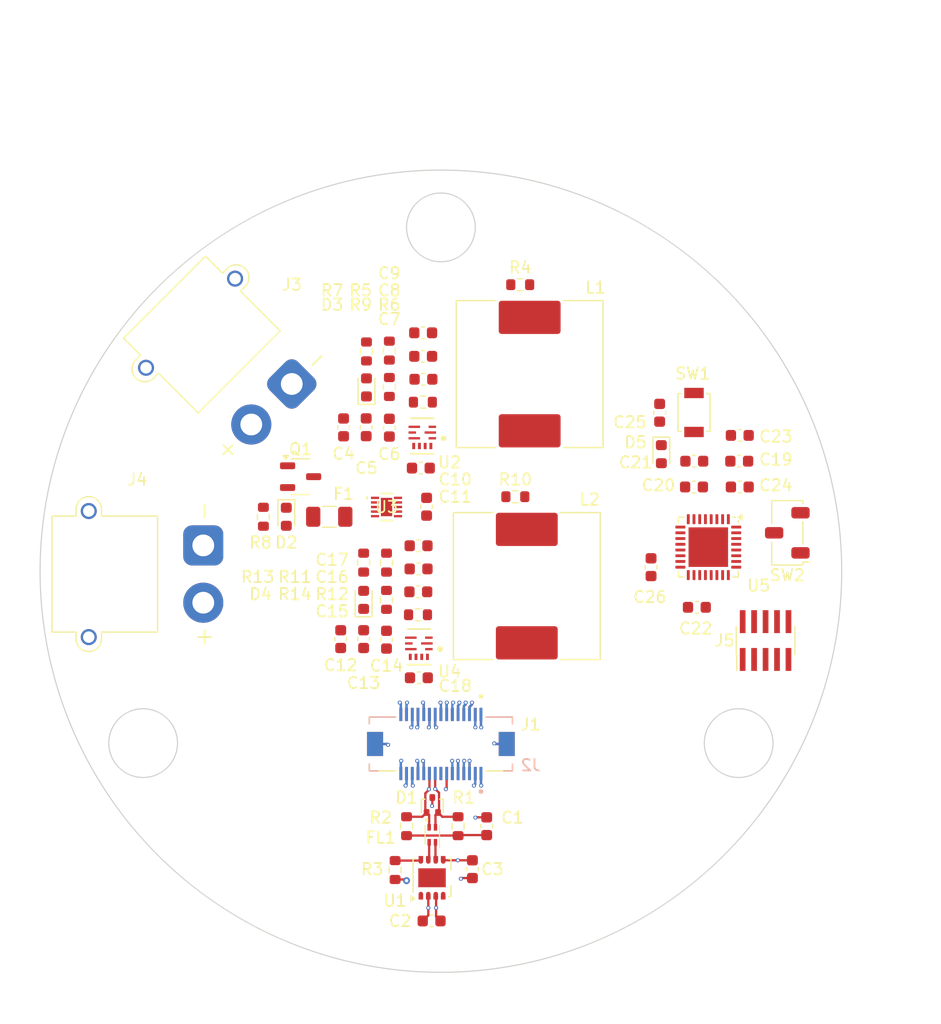
<source format=kicad_pcb>
(kicad_pcb (version 20240108) (generator "pcbnew") (generator_version "8.0")
  (title_block (title "Blaze PCB Template") (rev "v1") (company "UCSC Rocket Team"))
  (layers (0 "F.Cu" signal) (1 "In1.Cu" signal) (2 "In2.Cu" signal) (31 "B.Cu" signal) (34 "B.Paste" user) (35 "F.Paste" user) (36 "B.SilkS" user "B.Silkscreen") (37 "F.SilkS" user "F.Silkscreen") (38 "B.Mask" user) (39 "F.Mask" user) (44 "Edge.Cuts" user))
  (net 0 "")
  (net 1 "GND")
  (net 2 "+5V")
  (net 3 "+3V3")
  (net 4 "/CANL")
  (net 5 "/CANH")
  (net 6 "/ARM")
  (net 7 "/PPS")
  (net 8 "Net-(C1-Pad1)")
  (net 9 "Net-(U1-CANL)")
  (net 10 "Net-(U1-CANH)")
  (net 11 "Net-(J1-Pin_7)")
  (net 12 "Net-(J1-Pin_17)")
  (net 13 "Net-(J1-Pin_5)")
  (net 14 "/CAN_STB")
  (net 15 "/CANRX")
  (net 16 "/CANTX")
  (net 17 "VIN")
  (net 18 "/5V_SENSE")
  (net 19 "Net-(U2-NR{slash}SS)")
  (net 20 "/3V3_SENSE")
  (net 21 "Net-(U4-NR{slash}SS)")
  (net 22 "/RESET")
  (net 23 "Net-(U5-VCAP)")
  (net 24 "Net-(D3-A)")
  (net 25 "Net-(D4-A)")
  (net 26 "Net-(J1-Pin_20)")
  (net 27 "Net-(J1-Pin_26)")
  (net 28 "Net-(J1-Pin_16)")
  (net 29 "Net-(J1-Pin_19)")
  (net 30 "VBATT")
  (net 31 "Net-(J1-Pin_25)")
  (net 32 "Net-(J1-Pin_10)")
  (net 33 "Net-(J1-Pin_9)")
  (net 34 "Net-(J1-Pin_6)")
  (net 35 "/TDI")
  (net 36 "/TMS{slash}SWDAT")
  (net 37 "/TDO")
  (net 38 "/TCK{slash}SWCLK")
  (net 39 "Net-(U2-FB)")
  (net 40 "Net-(U2-PG)")
  (net 41 "Net-(D2-A)")
  (net 42 "Net-(U4-FB)")
  (net 43 "Net-(U4-PG)")
  (net 44 "/BOOT")
  (net 49 "/TRST")
  (net 62 "Net-(D2-K)")
  (net 63 "Net-(J3-Pin_2)")
  (net 64 "Net-(J3-Pin_1)")
  (net 65 "Net-(U2-SW)")
  (net 66 "Net-(U4-SW)")
  (net 67 "/5V_SENSE_IN")
  (net 68 "/3V3_SENSE_IN")
  (footprint "Resistor_SMD:R_0603_1608Metric" (layer "F.Cu") (at 146.925 90.75)
    (property "Reference" "R6")
    (property "Value" "10k")
  )
  (footprint "Package_TO_SOT_SMD:SOT-416" (layer "F.Cu") (at 147.75 125.9 90)
    (property "Reference" "D1")
    (property "Value" "ESDCAN03-2BM3Y")
  )
  (footprint "Capacitor_SMD:C_0603_1608Metric" (layer "F.Cu") (at 174.6 93.65)
    (property "Reference" "C23")
    (property "Value" "1uF")
  )
  (footprint "Resistor_SMD:R_0603_1608Metric" (layer "F.Cu") (at 143.75 108 -90)
    (property "Reference" "R14")
    (property "Value" "4.75k")
  )
  (footprint "Capacitor_SMD:C_0603_1608Metric" (layer "F.Cu") (at 146.95 86.75 180)
    (property "Reference" "C8")
    (property "Value" "22uF")
  )
  (footprint "Capacitor_SMD:C_0603_1608Metric" (layer "F.Cu") (at 147.25 99.874999 -90)
    (property "Reference" "C11")
    (property "Value" "0.1uF")
  )
  (footprint "Resistor_SMD:R_0603_1608Metric" (layer "F.Cu") (at 146.5 109.3)
    (property "Reference" "R12")
    (property "Value" "10k")
  )
  (footprint "LED_SMD:LED_0603_1608Metric" (layer "F.Cu") (at 141.75 108 90)
    (property "Reference" "D4")
    (property "Value" "LED")
  )
  (footprint "Blaze_Library:HRS_DF17_1.0H_-30DP-0.5V_57_" (layer "F.Cu") (at 148.5 120.575 180)
    (property "Reference" "J1")
    (property "Value" "Conn_01x30_Pin")
  )
  (footprint "Capacitor_SMD:C_0603_1608Metric" (layer "F.Cu") (at 144 92.975 90)
    (property "Reference" "C6")
    (property "Value" "2.2nF")
  )
  (footprint "Connector_AMASS:AMASS_XT30PW-M_1x02_P2.50mm_Horizontal" (layer "F.Cu") (at 135.477922 89.164214 45)
    (property "Reference" "J3")
    (property "Value" "XT30")
  )
  (footprint "Capacitor_SMD:C_0603_1608Metric" (layer "F.Cu") (at 146.55 105.3 180)
    (property "Reference" "C16")
    (property "Value" "22uF")
  )
  (footprint "LED_SMD:LED_0603_1608Metric" (layer "F.Cu") (at 142 89.4625 90)
    (property "Reference" "D3")
    (property "Value" "LED")
  )
  (footprint "Capacitor_SMD:C_0603_1608Metric" (layer "F.Cu") (at 146.55 103.28 180)
    (property "Reference" "C17")
    (property "Value" "22uF")
  )
  (footprint "Capacitor_SMD:C_0603_1608Metric" (layer "F.Cu") (at 146.525 107.3 180)
    (property "Reference" "C15")
    (property "Value" "22uF")
  )
  (footprint "Capacitor_SMD:C_0603_1608Metric" (layer "F.Cu") (at 140 92.95 90)
    (property "Reference" "C4")
    (property "Value" "6.8uF")
  )
  (footprint "Resistor_SMD:R_0603_1608Metric" (layer "F.Cu") (at 145.5 127.75 -90)
    (property "Reference" "R2")
    (property "Value" "60")
  )
  (footprint "Inductor_SMD:L_SXN_SMDRI124" (layer "F.Cu") (at 156.25 88.3 90)
    (property "Reference" "L1")
    (property "Value" "4.6uH 12.1mOhm")
  )
  (footprint "Resistor_SMD:R_0603_1608Metric" (layer "F.Cu") (at 141.75 104.75 -90)
    (property "Reference" "R13")
    (property "Value" "80")
  )
  (footprint "Capacitor_SMD:C_0603_1608Metric" (layer "F.Cu") (at 143.75 111.475 90)
    (property "Reference" "C14")
    (property "Value" "2.2nF")
  )
  (footprint "Fuse:Fuse_1206_3216Metric" (layer "F.Cu") (at 138.75 100.75)
    (property "Reference" "F1")
    (property "Value" "Polyfuse")
  )
  (footprint "Resistor_SMD:R_0603_1608Metric" (layer "F.Cu") (at 144 89.425 -90)
    (property "Reference" "R9")
    (property "Value" "4.75k")
  )
  (footprint "Resistor_SMD:R_0603_1608Metric" (layer "F.Cu") (at 143.75 104.75 -90)
    (property "Reference" "R11")
    (property "Value" "15k")
  )
  (footprint "Capacitor_SMD:C_0603_1608Metric" (layer "F.Cu") (at 146.975 88.75 180)
    (property "Reference" "C7")
    (property "Value" "22uF")
  )
  (footprint "Resistor_SMD:R_0603_1608Metric" (layer "F.Cu") (at 133 100.75 90)
    (property "Reference" "R8")
    (property "Value" "R_US")
  )
  (footprint "Button_Switch_SMD:Nidec_Copal_CAS-120A" (layer "F.Cu") (at 178.75 102.15 180)
    (property "Reference" "SW2")
    (property "Value" "SW_SPDT")
  )
  (footprint "Inductor_SMD:L_SXN_SMDRI124" (layer "F.Cu") (at 156 106.8 90)
    (property "Reference" "L2")
    (property "Value" "4.6uH 12.1mOhm")
  )
  (footprint "Blaze_Library:WSON10-DSQ0010A_TEX" (layer "F.Cu") (at 143.7533 99.899999)
    (property "Reference" "U3")
    (property "Value" "INA2181")
  )
  (footprint "Capacitor_SMD:C_0603_1608Metric" (layer "F.Cu") (at 146.575 114.8)
    (property "Reference" "C18")
    (property "Value" "470nF")
  )
  (footprint "Package_TO_SOT_SMD:SOT-23-3" (layer "F.Cu") (at 136.25 97.25)
    (property "Reference" "Q1")
    (property "Value" "DMG2305")
  )
  (footprint "Resistor_SMD:R_0603_1608Metric" (layer "F.Cu") (at 144 86.25 -90)
    (property "Reference" "R5")
    (property "Value" "25.5k")
  )
  (footprint "Diode_SMD:D_0603_1608Metric" (layer "F.Cu") (at 167.75 95.2875 -90)
    (property "Reference" "D5")
    (property "Value" "D_Schottky")
  )
  (footprint "Blaze_Library:TPS62913R" (layer "F.Cu") (at 146.575 112.05 180)
    (property "Reference" "U4")
    (property "Value" "TPS62913")
  )
  (footprint "Resistor_SMD:R_0603_1608Metric" (layer "F.Cu") (at 155 99 180)
    (property "Reference" "R10")
    (property "Value" "0.02")
  )
  (footprint "Capacitor_SMD:C_0603_1608Metric" (layer "F.Cu") (at 141.975 92.94 90)
    (property "Reference" "C5")
    (property "Value" "6.8uF")
  )
  (footprint "Package_DFN_QFN:QFN-32-1EP_5x5mm_P0.5mm_EP3.45x3.45mm" (layer "F.Cu") (at 171.85 103.4 -90)
    (property "Reference" "U5")
    (property "Value" "STM32H503KBUx")
  )
  (footprint "Resistor_SMD:R_0603_1608Metric" (layer "F.Cu") (at 144.5 131.575 -90)
    (property "Reference" "R3")
    (property "Value" "10K")
  )
  (footprint "Resistor_SMD:R_0603_1608Metric" (layer "F.Cu") (at 142 86.325 -90)
    (property "Reference" "R7")
    (property "Value" "165")
  )
  (footprint "Capacitor_SMD:C_0603_1608Metric" (layer "F.Cu") (at 174.6 98.15)
    (property "Reference" "C24")
    (property "Value" "0.1uF")
  )
  (footprint "Package_SON:Texas_S-PVSON-N8" (layer "F.Cu") (at 147.725 132.25 90)
    (property "Reference" "U1")
    (property "Value" "TCAN1044VDDFR")
  )
  (footprint "Capacitor_SMD:C_0603_1608Metric" (layer "F.Cu") (at 170.85 108.65)
    (property "Reference" "C22")
    (property "Value" "0.1uF")
  )
  (footprint "Capacitor_SMD:C_0603_1608Metric" (layer "F.Cu") (at 166.85 105.15 90)
    (property "Reference" "C26")
    (property "Value" "2.2uF")
  )
  (footprint "Diode_SMD:D_0603_1608Metric" (layer "F.Cu") (at 135 100.75 -90)
    (property "Reference" "D2")
    (property "Value" "D_Zener")
  )
  (footprint "Connector_AMASS:AMASS_XT30PW-M_1x02_P2.50mm_Horizontal" (layer "F.Cu") (at 127.75 103.25 90)
    (property "Reference" "J4")
    (property "Value" "XT30")
  )
  (footprint "Capacitor_SMD:C_0603_1608Metric" (layer "F.Cu") (at 147.688 136.017 180)
    (property "Reference" "C2")
    (property "Value" "0.1uF")
  )
  (footprint "Capacitor_SMD:C_0603_1608Metric" (layer "F.Cu") (at 174.55 95.9)
    (property "Reference" "C19")
    (property "Value" "2.2uF")
  )
  (footprint "Capacitor_SMD:C_0603_1608Metric" (layer "F.Cu") (at 146.95 84.7 180)
    (property "Reference" "C9")
    (property "Value" "22uF")
  )
  (footprint "Connector_PinHeader_1.00mm:PinHeader_2x05_P1.00mm_Vertical_SMD" (layer "F.Cu") (at 176.85 111.55 90)
    (property "Reference" "J5")
    (property "Value" "JTAG")
  )
  (footprint "Resistor_SMD:R_0603_1608Metric" (layer "F.Cu") (at 150 127.75 -90)
    (property "Reference" "R1")
    (property "Value" "60")
  )
  (footprint "Capacitor_SMD:C_0603_1608Metric" (layer "F.Cu") (at 139.75 111.425 90)
    (property "Reference" "C12")
    (property "Value" "6.8uF")
  )
  (footprint "Capacitor_SMD:C_0603_1608Metric" (layer "F.Cu") (at 152.5 127.75 90)
    (property "Reference" "C1")
    (property "Value" "4.7nF")
  )
  (footprint "Capacitor_SMD:C_0603_1608Metric" (layer "F.Cu") (at 170.6 98.15 180)
    (property "Reference" "C20")
    (property "Value" "0.1uF")
  )
  (footprint "Resistor_SMD:R_0603_1608Metric" (layer "F.Cu") (at 155.425 80.5 180)
    (property "Reference" "R4")
    (property "Value" "0.02")
  )
  (footprint "Capacitor_SMD:C_0603_1608Metric" (layer "F.Cu") (at 170.625 95.9 180)
    (property "Reference" "C21")
    (property "Value" "4.7uF")
  )
  (footprint "Capacitor_SMD:C_0603_1608Metric" (layer "F.Cu") (at 146.75 96.5)
    (property "Reference" "C10")
    (property "Value" "470nF")
  )
  (footprint "Capacitor_SMD:C_0603_1608Metric" (layer "F.Cu") (at 141.75 111.425 90)
    (property "Reference" "C13")
    (property "Value" "6.8uF")
  )
  (footprint "Capacitor_SMD:C_0603_1608Metric" (layer "F.Cu") (at 167.6 91.675 90)
    (property "Reference" "C25")
    (property "Value" "0.1uF")
  )
  (footprint "Capacitor_SMD:C_0603_1608Metric" (layer "F.Cu") (at 151.25 131.5 -90)
    (property "Reference" "C3")
    (property "Value" "0.1uF")
  )
  (footprint "Inductor_SMD:L_CommonModeChoke_Coilcraft_0603USB" (layer "F.Cu") (at 147.75 128.5 180)
    (property "Reference" "FL1")
    (property "Value" "Choke")
  )
  (footprint "Button_Switch_SMD:SW_SPST_B3U-1000P" (layer "F.Cu") (at 170.6 91.65 90)
    (property "Reference" "SW1")
    (property "Value" "SW_SPST")
  )
  (footprint "Blaze_Library:TPS62913R" (layer "F.Cu") (at 146.875 93.649999 180)
    (property "Reference" "U2")
    (property "Value" "TPS62913")
  )
  (footprint "Blaze_Library:HRS_DF17_1.0H_-30DP-0.5V_57_" (layer "B.Cu") (at 148.5 120.575 180)
    (property "Reference" "J2")
    (property "Value" "Conn_01x30_Socket")
  )
  (gr_circle (center 148.5 105.5) (end 148.5 140.5) (stroke (width 0.1)) (fill none) (layer "Edge.Cuts"))
  (gr_circle (center 148.5 75.5) (end 151.5 75.5) (stroke (width 0.1)) (fill none) (layer "Edge.Cuts"))
  (gr_circle (center 174.5 120.5) (end 177.5 120.5) (stroke (width 0.1)) (fill none) (layer "Edge.Cuts"))
  (gr_circle (center 122.5 120.5) (end 125.5 120.5) (stroke (width 0.1)) (fill none) (layer "Edge.Cuts"))
  (segment (start 151 117.356372) (end 151.213015 117.143357) (width 0.2) (layer "F.Cu") (net 1))
  (segment (start 154.25 120.575) (end 153.214 120.575) (width 0.2) (layer "F.Cu") (net 1))
  (segment (start 150.663012 117.127674) (end 150.663012 116.967) (width 0.2) (layer "F.Cu") (net 1))
  (segment (start 145.5 118) (end 145.5 117.009) (width 0.2) (layer "F.Cu") (net 1))
  (segment (start 146.913 136.017) (end 147.4 135.53) (width 0.2) (layer "F.Cu") (net 1))
  (segment (start 152.5 126.975) (end 151.536 126.975) (width 0.2) (layer "F.Cu") (net 1))
  (segment (start 145.5 117.009) (end 145.542 116.967) (width 0.2) (layer "F.Cu") (net 1))
  (segment (start 147.4 134) (end 147.4 134.874) (width 0.2) (layer "F.Cu") (net 1))
  (segment (start 147.4 135.53) (end 147.4 134.874) (width 0.2) (layer "F.Cu") (net 1))
  (segment (start 151 118) (end 151 117.356372) (width 0.2) (layer "F.Cu") (net 1))
  (segment (start 147.7264 125.984) (end 147.75 125.9604) (width 0.2) (layer "F.Cu") (net 1))
  (segment (start 150.5 117.290686) (end 150.663012 117.127674) (width 0.2) (layer "F.Cu") (net 1))
  (segment (start 142.75 120.575) (end 143.816 120.575) (width 0.2) (layer "F.Cu") (net 1))
  (segment (start 147.75 125.9604) (end 147.75 125.25) (width 0.2) (layer "F.Cu") (net 1))
  (segment (start 145 118) (end 145 117.06) (width 0.2) (layer "F.Cu") (net 1))
  (segment (start 143.816 120.575) (end 143.891 120.65) (width 0.2) (layer "F.Cu") (net 1))
  (segment (start 151.536 126.975) (end 151.511 127) (width 0.2) (layer "F.Cu") (net 1))
  (segment (start 150.3 132.275) (end 150.241 132.334) (width 0.2) (layer "F.Cu") (net 1))
  (segment (start 151.25 132.275) (end 150.3 132.275) (width 0.2) (layer "F.Cu") (net 1))
  (segment (start 145 117.06) (end 144.907 116.967) (width 0.2) (layer "F.Cu") (net 1))
  (segment (start 153.214 120.575) (end 153.162 120.523) (width 0.2) (layer "F.Cu") (net 1))
  (segment (start 151.213015 117.143357) (end 151.213015 116.967) (width 0.2) (layer "F.Cu") (net 1))
  (segment (start 150.5 118) (end 150.5 117.290686) (width 0.2) (layer "F.Cu") (net 1))
  (via (at 153.162 120.523) (size 0.35) (drill 0.2) (layers "F.Cu" "B.Cu") (net 1))
  (via (at 143.891 120.65) (size 0.35) (drill 0.2) (layers "F.Cu" "B.Cu") (net 1))
  (via (at 144.907 116.967) (size 0.35) (drill 0.2) (layers "F.Cu" "B.Cu") (net 1))
  (via (at 150.663012 116.967) (size 0.35) (drill 0.2) (layers "F.Cu" "B.Cu") (net 1))
  (via (at 145.542 116.967) (size 0.35) (drill 0.2) (layers "F.Cu" "B.Cu") (net 1))
  (via (at 147.7264 125.984) (size 0.35) (drill 0.2) (layers "F.Cu" "B.Cu") (net 1))
  (via (at 151.213015 116.967) (size 0.35) (drill 0.2) (layers "F.Cu" "B.Cu") (net 1))
  (via (at 150.241 132.334) (size 0.35) (drill 0.2) (layers "F.Cu" "B.Cu") (net 1))
  (via (at 147.4 134.874) (size 0.35) (drill 0.2) (layers "F.Cu" "B.Cu") (net 1))
  (via (at 151.511 127) (size 0.35) (drill 0.2) (layers "F.Cu" "B.Cu") (net 1))
  (segment (start 143.816 120.575) (end 143.891 120.65) (width 0.2) (layer "B.Cu") (net 1))
  (segment (start 145.5 117.009) (end 145.542 116.967) (width 0.2) (layer "B.Cu") (net 1))
  (segment (start 145 118) (end 145 117.06) (width 0.2) (layer "B.Cu") (net 1))
  (segment (start 150.663012 117.088749) (end 150.663012 116.967) (width 0.2) (layer "B.Cu") (net 1))
  (segment (start 145.5 118) (end 145.5 117.009) (width 0.2) (layer "B.Cu") (net 1))
  (segment (start 150.5 117.251761) (end 150.663012 117.088749) (width 0.2) (layer "B.Cu") (net 1))
  (segment (start 142.75 120.575) (end 143.816 120.575) (width 0.2) (layer "B.Cu") (net 1))
  (segment (start 150.5 118) (end 150.5 117.251761) (width 0.2) (layer "B.Cu") (net 1))
  (segment (start 153.214 120.575) (end 153.162 120.523) (width 0.2) (layer "B.Cu") (net 1))
  (segment (start 145 117.06) (end 144.907 116.967) (width 0.2) (layer "B.Cu") (net 1))
  (segment (start 151.213015 117.104432) (end 151.213015 116.967) (width 0.2) (layer "B.Cu") (net 1))
  (segment (start 151 117.317447) (end 151.213015 117.104432) (width 0.2) (layer "B.Cu") (net 1))
  (segment (start 154.25 120.575) (end 153.214 120.575) (width 0.2) (layer "B.Cu") (net 1))
  (segment (start 151 118) (end 151 117.317447) (width 0.2) (layer "B.Cu") (net 1))
  (segment (start 148.082 135.636) (end 148.463 136.017) (width 0.2) (layer "F.Cu") (net 2))
  (segment (start 151 122.05) (end 151.003 122.047) (width 0.2) (layer "F.Cu") (net 2))
  (segment (start 148 119.044) (end 148 118) (width 0.2) (layer "F.Cu") (net 2))
  (segment (start 148.082 133.832) (end 148.05 133.8) (width 0.2) (layer "F.Cu") (net 2))
  (segment (start 147 117.028) (end 146.939 116.967) (width 0.2) (layer "F.Cu") (net 2))
  (segment (start 150.5 122.084003) (end 150.537003 122.047) (width 0.2) (layer "F.Cu") (net 2))
  (segment (start 151 123.15) (end 151 122.05) (width 0.2) (layer "F.Cu") (net 2))
  (segment (start 148.082 134.874) (end 148.082 135.636) (width 0.2) (layer "F.Cu") (net 2))
  (segment (start 148.082 134.874) (end 148.082 133.832) (width 0.2) (layer "F.Cu") (net 2))
  (segment (start 150 122.06) (end 149.987 122.047) (width 0.2) (layer "F.Cu") (net 2))
  (segment (start 150.5 123.15) (end 150.5 122.084003) (width 0.2) (layer "F.Cu") (net 2))
  (segment (start 147 118) (end 147 117.028) (width 0.2) (layer "F.Cu") (net 2))
  (segment (start 149.5 123.15) (end 149.5 122.068) (width 0.2) (layer "F.Cu") (net 2))
  (segment (start 149.5 122.068) (end 149.479 122.047) (width 0.2) (layer "F.Cu") (net 2))
  (segment (start 150 123.15) (end 150 122.06) (width 0.2) (layer "F.Cu") (net 2))
  (segment (start 148.082 119.126) (end 148 119.044) (width 0.2) (layer "F.Cu") (net 2))
  (via (at 146.939 116.967) (size 0.35) (drill 0.2) (layers "F.Cu" "B.Cu") (net 2))
  (via (at 149.479 122.047) (size 0.35) (drill 0.2) (layers "F.Cu" "B.Cu") (net 2))
  (via (at 148.082 134.874) (size 0.35) (drill 0.2) (layers "F.Cu" "B.Cu") (net 2))
  (via (at 148.082 119.126) (size 0.35) (drill 0.2) (layers "F.Cu" "B.Cu") (net 2))
  (via (at 151.003 122.047) (size 0.35) (drill 0.2) (layers "F.Cu" "B.Cu") (net 2))
  (via (at 149.987 122.047) (size 0.35) (drill 0.2) (layers "F.Cu" "B.Cu") (net 2))
  (via (at 150.537003 122.047) (size 0.35) (drill 0.2) (layers "F.Cu" "B.Cu") (net 2))
  (segment (start 148 119.044) (end 148 118) (width 0.2) (layer "B.Cu") (net 2))
  (segment (start 150 122.06) (end 149.987 122.047) (width 0.2) (layer "B.Cu") (net 2))
  (segment (start 151 123.15) (end 151 122.05) (width 0.2) (layer "B.Cu") (net 2))
  (segment (start 151 122.05) (end 151.003 122.047) (width 0.2) (layer "B.Cu") (net 2))
  (segment (start 150.5 122.084003) (end 150.537003 122.047) (width 0.2) (layer "B.Cu") (net 2))
  (segment (start 150.5 123.15) (end 150.5 122.084003) (width 0.2) (layer "B.Cu") (net 2))
  (segment (start 147 118) (end 147 117.028) (width 0.2) (layer "B.Cu") (net 2))
  (segment (start 148.082 119.126) (end 148 119.044) (width 0.2) (layer "B.Cu") (net 2))
  (segment (start 150 123.15) (end 150 122.06) (width 0.2) (layer "B.Cu") (net 2))
  (segment (start 149.5 122.068) (end 149.479 122.047) (width 0.2) (layer "B.Cu") (net 2))
  (segment (start 149.5 123.15) (end 149.5 122.068) (width 0.2) (layer "B.Cu") (net 2))
  (segment (start 147 117.028) (end 146.939 116.967) (width 0.2) (layer "B.Cu") (net 2))
  (segment (start 146.5 118) (end 146.5 119.057) (width 0.2) (layer "F.Cu") (net 3))
  (segment (start 146.5 119.057) (end 146.431 119.126) (width 0.2) (layer "F.Cu") (net 3))
  (segment (start 145.4 132.4) (end 145.5 132.5) (width 0.2) (layer "F.Cu") (net 3))
  (segment (start 151.5 124.09) (end 151.384 124.206) (width 0.2) (layer "F.Cu") (net 3))
  (segment (start 144.5 132.4) (end 145.4 132.4) (width 0.2) (layer "F.Cu") (net 3))
  (segment (start 151.5 123.15) (end 151.5 124.09) (width 0.2) (layer "F.Cu") (net 3))
  (segment (start 151.25 130.725) (end 148.725 130.725) (width 0.2) (layer "F.Cu") (net 3))
  (segment (start 152 124.187) (end 152.019 124.206) (width 0.2) (layer "F.Cu") (net 3))
  (segment (start 146 123.15) (end 146 124.156) (width 0.2) (layer "F.Cu") (net 3))
  (segment (start 148.725 130.725) (end 148.7 130.7) (width 0.2) (layer "F.Cu") (net 3))
  (segment (start 146 124.156) (end 146.05 124.206) (width 0.2) (layer "F.Cu") (net 3))
  (segment (start 152 123.15) (end 152 124.187) (width 0.2) (layer "F.Cu") (net 3))
  (via (at 149.987 130.725) (size 0.35) (drill 0.2) (layers "F.Cu" "B.Cu") (net 3))
  (via (at 146.431 119.126) (size 0.35) (drill 0.2) (layers "F.Cu" "B.Cu") (net 3))
  (via (at 151.384 124.206) (size 0.35) (drill 0.2) (layers "F.Cu" "B.Cu") (net 3))
  (via (at 146.05 124.206) (size 0.35) (drill 0.2) (layers "F.Cu" "B.Cu") (net 3))
  (via (at 145.5 132.5) (size 0.6) (drill 0.3) (layers "F.Cu" "B.Cu") (net 3))
  (via (at 152.019 124.206) (size 0.35) (drill 0.2) (layers "F.Cu" "B.Cu") (net 3))
  (segment (start 151.5 123.15) (end 151.5 124.09) (width 0.2) (layer "B.Cu") (net 3))
  (segment (start 146 123.15) (end 146 124.156) (width 0.2) (layer "B.Cu") (net 3))
  (segment (start 146 124.156) (end 146.05 124.206) (width 0.2) (layer "B.Cu") (net 3))
  (segment (start 146.5 119.057) (end 146.431 119.126) (width 0.2) (layer "B.Cu") (net 3))
  (segment (start 151.5 124.09) (end 151.384 124.206) (width 0.2) (layer "B.Cu") (net 3))
  (segment (start 146.5 118) (end 146.5 119.057) (width 0.2) (layer "B.Cu") (net 3))
  (segment (start 152 124.187) (end 152.019 124.206) (width 0.2) (layer "B.Cu") (net 3))
  (segment (start 152 123.15) (end 152 124.187) (width 0.2) (layer "B.Cu") (net 3))
  (segment (start 148.339765 126.460235) (end 148.339765 124.839765) (width 0.2) (layer "F.Cu") (net 4))
  (segment (start 148.025 127.845) (end 148.025 126.775) (width 0.2) (layer "F.Cu") (net 4))
  (segment (start 148.625 126.925) (end 148.25 126.55) (width 0.2) (layer "F.Cu") (net 4))
  (segment (start 148.25 126.55) (end 148.339765 126.460235) (width 0.2) (layer "F.Cu") (net 4))
  (segment (start 150 126.925) (end 148.625 126.925) (width 0.2) (layer "F.Cu") (net 4))
  (segment (start 148 124.5) (end 148.021 124.521) (width 0.2) (layer "F.Cu") (net 4))
  (segment (start 148.339765 124.839765) (end 148 124.5) (width 0.2) (layer "F.Cu") (net 4))
  (segment (start 148.025 126.775) (end 148.25 126.55) (width 0.2) (layer "F.Cu") (net 4))
  (segment (start 148 124.5) (end 148 123.15) (width 0.2) (layer "F.Cu") (net 4))
  (via (at 148 124.5) (size 0.35) (drill 0.2) (layers "F.Cu" "B.Cu") (net 4))
  (segment (start 146.875 126.925) (end 147.25 126.55) (width 0.2) (layer "F.Cu") (net 5))
  (segment (start 147.475 126.775) (end 147.25 126.55) (width 0.2) (layer "F.Cu") (net 5))
  (segment (start 147.5 124.525) (end 147.5 123.15) (width 0.2) (layer "F.Cu") (net 5))
  (segment (start 148.926403 124.520226) (end 149 124.446629) (width 0.2) (layer "F.Cu") (net 5))
  (segment (start 147.45315 124.525) (end 147.450684 124.527466) (width 0.2) (layer "F.Cu") (net 5))
  (segment (start 147.139765 124.885235) (end 147.5 124.525) (width 0.2) (layer "F.Cu") (net 5))
  (segment (start 149 124.446629) (end 149 123.15) (width 0.2) (layer "F.Cu") (net 5))
  (segment (start 145.5 126.925) (end 146.875 126.925) (width 0.2) (layer "F.Cu") (net 5))
  (segment (start 147.139765 126.439765) (end 147.139765 124.885235) (width 0.2) (layer "F.Cu") (net 5))
  (segment (start 147.5 124.525) (end 147.45315 124.525) (width 0.2) (layer "F.Cu") (net 5))
  (segment (start 147.475 127.845) (end 147.475 126.775) (width 0.2) (layer "F.Cu") (net 5))
  (segment (start 147.25 126.55) (end 147.139765 126.439765) (width 0.2) (layer "F.Cu") (net 5))
  (via (at 147.450684 124.527466) (size 0.35) (drill 0.2) (layers "F.Cu" "B.Cu") (net 5))
  (via (at 148.926403 124.520226) (size 0.35) (drill 0.2) (layers "F.Cu" "B.Cu") (net 5))
  (segment (start 148.5 117.004) (end 148.5 118) (width 0.2) (layer "F.Cu") (net 6))
  (segment (start 148.463 116.967) (end 148.5 117.004) (width 0.2) (layer "F.Cu") (net 6))
  (via (at 148.463 116.967) (size 0.35) (drill 0.2) (layers "F.Cu" "B.Cu") (net 6))
  (segment (start 148.5 117.004) (end 148.463 116.967) (width 0.2) (layer "B.Cu") (net 6))
  (segment (start 148.5 118) (end 148.5 117.004) (width 0.2) (layer "B.Cu") (net 6))
  (segment (start 146 119.031997) (end 146 118) (width 0.2) (layer "F.Cu") (net 7))
  (segment (start 145.905997 119.126) (end 146 119.031997) (width 0.2) (layer "F.Cu") (net 7))
  (via (at 145.905997 119.126) (size 0.35) (drill 0.2) (layers "F.Cu" "B.Cu") (net 7))
  (segment (start 146 119.031997) (end 146 118) (width 0.2) (layer "B.Cu") (net 7))
  (segment (start 145.905997 119.126) (end 146 119.031997) (width 0.2) (layer "B.Cu") (net 7))
  (segment (start 150.05 128.525) (end 150 128.575) (width 0.2) (layer "F.Cu") (net 8))
  (segment (start 149.99 128.565) (end 150 128.575) (width 0.2) (layer "F.Cu") (net 8))
  (segment (start 145.51 128.565) (end 149.99 128.565) (width 0.2) (layer "F.Cu") (net 8))
  (segment (start 152.75 128.525) (end 150.05 128.525) (width 0.2) (layer "F.Cu") (net 8))
  (segment (start 145.5 128.575) (end 145.51 128.565) (width 0.2) (layer "F.Cu") (net 8))
  (segment (start 148.025 129.155) (end 148.025 130.675) (width 0.2) (layer "F.Cu") (net 9))
  (segment (start 148.025 130.675) (end 148.05 130.7) (width 0.2) (layer "F.Cu") (net 9))
  (segment (start 148.025 130.475) (end 148 130.5) (width 0.2) (layer "F.Cu") (net 9))
  (segment (start 147.475 129.155) (end 147.475 130.625) (width 0.2) (layer "F.Cu") (net 10))
  (segment (start 147.475 130.625) (end 147.4 130.7) (width 0.2) (layer "F.Cu") (net 10))
  (segment (start 149 116.980003) (end 149 118) (width 0.2) (layer "F.Cu") (net 11))
  (segment (start 149.013003 116.967) (end 149 116.980003) (width 0.2) (layer "F.Cu") (net 11))
  (via (at 149.013003 116.967) (size 0.35) (drill 0.2) (layers "F.Cu" "B.Cu") (net 11))
  (segment (start 149 116.980003) (end 149.013003 116.967) (width 0.2) (layer "B.Cu") (net 11))
  (segment (start 149 118) (end 149 116.980003) (width 0.2) (layer "B.Cu") (net 11))
  (segment (start 145.5 123.15) (end 145.5 124.121) (width 0.2) (layer "F.Cu") (net 12))
  (segment (start 145.5 124.121) (end 145.415 124.206) (width 0.2) (layer "F.Cu") (net 12))
  (via (at 145.415 124.206) (size 0.35) (drill 0.2) (layers "F.Cu" "B.Cu") (net 12))
  (segment (start 145.5 123.15) (end 145.5 124.121) (width 0.2) (layer "B.Cu") (net 12))
  (segment (start 145.5 124.121) (end 145.415 124.206) (width 0.2) (layer "B.Cu") (net 12))
  (segment (start 150 118) (end 150 117.225) (width 0.2) (layer "F.Cu") (net 13))
  (segment (start 150 117.225) (end 150.113009 117.111991) (width 0.2) (layer "F.Cu") (net 13))
  (segment (start 150.113009 117.111991) (end 150.113009 116.967) (width 0.2) (layer "F.Cu") (net 13))
  (via (at 150.113009 116.967) (size 0.35) (drill 0.2) (layers "F.Cu" "B.Cu") (net 13))
  (segment (start 150 118) (end 150 117.225) (width 0.2) (layer "B.Cu") (net 13))
  (segment (start 150.113009 117.111991) (end 150.113009 116.967) (width 0.2) (layer "B.Cu") (net 13))
  (segment (start 150 117.225) (end 150.113009 117.111991) (width 0.2) (layer "B.Cu") (net 13))
  (segment (start 146.7 130.75) (end 146.75 130.7) (width 0.2) (layer "F.Cu") (net 14))
  (segment (start 144.5 130.75) (end 146.7 130.75) (width 0.2) (layer "F.Cu") (net 14))
  (segment (start 147 123.15) (end 147 122.108) (width 0.2) (layer "F.Cu") (net 26))
  (segment (start 147 122.108) (end 146.939 122.047) (width 0.2) (layer "F.Cu") (net 26))
  (via (at 146.939 122.047) (size 0.35) (drill 0.2) (layers "F.Cu" "B.Cu") (net 26))
  (segment (start 147 123.15) (end 147 122.108) (width 0.2) (layer "B.Cu") (net 26))
  (segment (start 147 122.108) (end 146.939 122.047) (width 0.2) (layer "B.Cu") (net 26))
  (segment (start 145 122.081) (end 145.034 122.047) (width 0.2) (layer "F.Cu") (net 28))
  (segment (start 145 123.15) (end 145 122.081) (width 0.2) (layer "F.Cu") (net 28))
  (via (at 145.034 122.047) (size 0.35) (drill 0.2) (layers "F.Cu" "B.Cu") (net 28))
  (segment (start 145 122.081) (end 145.034 122.047) (width 0.2) (layer "B.Cu") (net 28))
  (segment (start 145 123.15) (end 145 122.081) (width 0.2) (layer "B.Cu") (net 28))
  (segment (start 146.5 123.15) (end 146.5 122.116) (width 0.2) (layer "F.Cu") (net 29))
  (segment (start 146.5 122.116) (end 146.431 122.047) (width 0.2) (layer "F.Cu") (net 29))
  (via (at 146.431 122.047) (size 0.35) (drill 0.2) (layers "F.Cu" "B.Cu") (net 29))
  (segment (start 146.5 122.116) (end 146.431 122.047) (width 0.2) (layer "B.Cu") (net 29))
  (segment (start 146.5 123.15) (end 146.5 122.116) (width 0.2) (layer "B.Cu") (net 29))
  (segment (start 152 118) (end 152 119.107) (width 0.2) (layer "F.Cu") (net 30))
  (segment (start 151.5 119.115) (end 151.511 119.126) (width 0.2) (layer "F.Cu") (net 30))
  (segment (start 152 119.107) (end 152.019 119.126) (width 0.2) (layer "F.Cu") (net 30))
  (segment (start 151.5 118) (end 151.5 119.115) (width 0.2) (layer "F.Cu") (net 30))
  (via (at 152.019 119.126) (size 0.35) (drill 0.2) (layers "F.Cu" "B.Cu") (net 30))
  (via (at 151.511 119.126) (size 0.35) (drill 0.2) (layers "F.Cu" "B.Cu") (net 30))
  (segment (start 151.5 119.115) (end 151.511 119.126) (width 0.2) (layer "B.Cu") (net 30))
  (segment (start 152 119.107) (end 152.019 119.126) (width 0.2) (layer "B.Cu") (net 30))
  (segment (start 151.5 118) (end 151.5 119.115) (width 0.2) (layer "B.Cu") (net 30))
  (segment (start 152 118) (end 152 119.107) (width 0.2) (layer "B.Cu") (net 30))
  (segment (start 147.5 119.073) (end 147.447 119.126) (width 0.2) (layer "F.Cu") (net 32))
  (segment (start 147.5 118) (end 147.5 119.073) (width 0.2) (layer "F.Cu") (net 32))
  (via (at 147.447 119.126) (size 0.35) (drill 0.2) (layers "F.Cu" "B.Cu") (net 32))
  (segment (start 147.5 119.073) (end 147.447 119.126) (width 0.2) (layer "B.Cu") (net 32))
  (segment (start 147.5 118) (end 147.5 119.073) (width 0.2) (layer "B.Cu") (net 32))
  (segment (start 149.5 117.030006) (end 149.5 118) (width 0.2) (layer "F.Cu") (net 34))
  (segment (start 149.563006 116.967) (end 149.5 117.030006) (width 0.2) (layer "F.Cu") (net 34))
  (via (at 149.563006 116.967) (size 0.35) (drill 0.2) (layers "F.Cu" "B.Cu") (net 34))
  (segment (start 149.5 118) (end 149.5 117.030006) (width 0.2) (layer "B.Cu") (net 34))
  (segment (start 149.5 117.030006) (end 149.563006 116.967) (width 0.2) (layer "B.Cu") (net 34))
)
</source>
